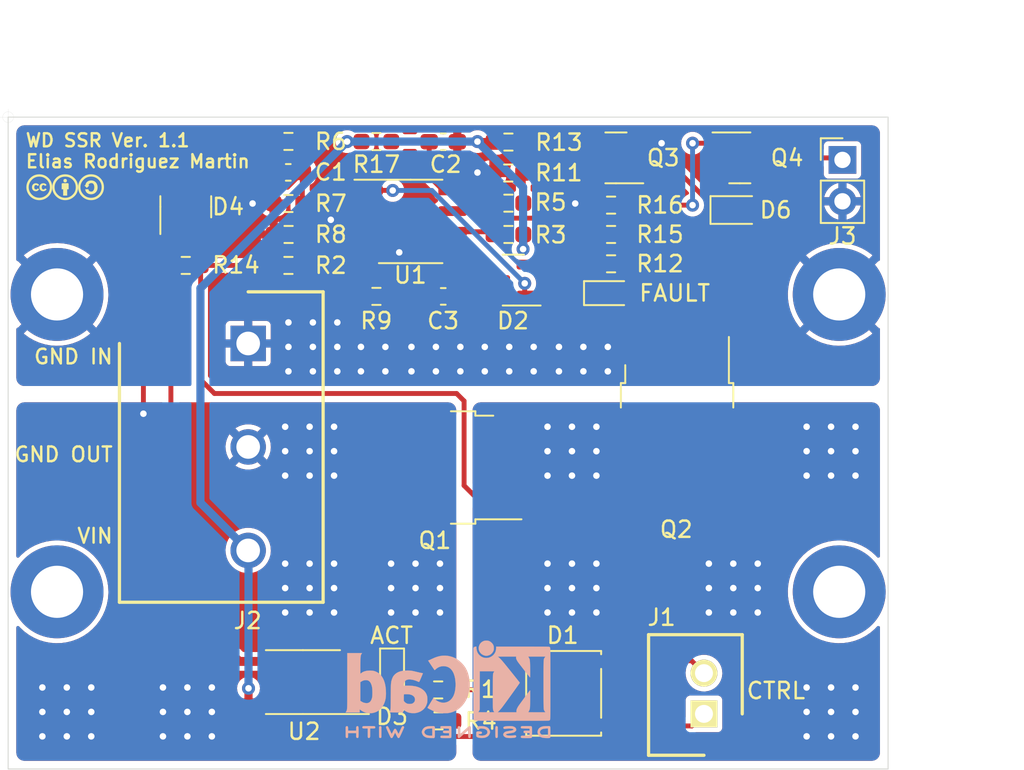
<source format=kicad_pcb>
(kicad_pcb (version 20211014) (generator pcbnew)
  (layers (0 "F.Cu" signal) (31 "B.Cu" signal) (34 "B.Paste" user) (35 "F.Paste" user) (36 "B.SilkS" user "B.Silkscreen") (37 "F.SilkS" user "F.Silkscreen") (38 "B.Mask" user) (39 "F.Mask" user) (44 "Edge.Cuts" user))
  (net 0 "")
  (net 1 "Net-(D1-Pad4)")
  (net 2 "Net-(D1-Pad3)")
  (net 3 "Net-(D1-Pad2)")
  (net 4 "Net-(D1-Pad1)")
  (net 5 "GND")
  (net 6 "+12V")
  (net 7 "Net-(R3-Pad2)")
  (net 8 "Net-(C1-Pad2)")
  (net 9 "Net-(C1-Pad1)")
  (net 10 "Net-(D2-Pad1)")
  (net 11 "Net-(D3-Pad2)")
  (net 12 "Net-(D5-Pad2)")
  (net 13 "Net-(R14-Pad2)")
  (net 15 "/GND_OUT")
  (net 16 "/WD_GND")
  (net 18 "Net-(R4-Pad2)")
  (net 19 "Net-(J3-Pad1)")
  (net 20 "Net-(Q4-Pad1)")
  (net 21 "Net-(C3-Pad1)")
  (net 22 "Net-(C2-Pad1)")
  (net 23 "Net-(R5-Pad1)")
  (net 24 "Net-(R14-Pad1)")
  (net 25 "Net-(Q2-Pad1)")
  (net 26 "Net-(R5-Pad2)")
  (footprint "Package_TO_SOT_SMD:TO-252-2" (layer "F.Cu") (at 146.2 101.5 180)
    (fp_text reference "Q1" (at 0.02 -4.48) (layer "F.SilkS"))
    (fp_text value "IRFR7440TRPBF" hide)
    (pad "1" smd rect locked (at -4.2 -2.28 180) (size 2.2 1.2) (layers "F.Cu" "F.Paste" "F.Mask") (net 13 "Net-(R14-Pad2)"))
    (pad "2" smd rect locked (at 2.1 0 180) (size 6.4 5.8) (layers "F.Cu" "F.Mask") (net 15 "/GND_OUT"))
    (pad "3" smd rect locked (at -4.2 2.28 180) (size 2.2 1.2) (layers "F.Cu" "F.Paste" "F.Mask") (net 16 "/WD_GND"))
  )
  (footprint "MountingHole:MountingHole_3.2mm_M3_ISO7380_Pad" (layer "F.Cu") (at 123 90.88)
    (fp_text reference "H1" hide)
    (fp_text value "MountingHole" hide)
    (pad "1" thru_hole circle locked (at 0 0) (size 5.7 5.7) (drill 3.2) (layers *.Cu *.Mask) (net 5 "GND"))
  )
  (footprint "MountingHole:MountingHole_3.2mm_M3_ISO7380_Pad" (layer "F.Cu") (at 123 109.13)
    (fp_text reference "H2" hide)
    (fp_text value "MountingHole" hide)
    (pad "1" thru_hole circle locked (at 0 0) (size 5.7 5.7) (drill 3.2) (layers *.Cu *.Mask))
  )
  (footprint "MountingHole:MountingHole_3.2mm_M3_ISO7380_Pad" (layer "F.Cu") (at 171 90.88)
    (fp_text reference "H3" hide)
    (fp_text value "MountingHole" hide)
    (pad "1" thru_hole circle locked (at 0 0) (size 5.7 5.7) (drill 3.2) (layers *.Cu *.Mask) (net 5 "GND"))
  )
  (footprint "MountingHole:MountingHole_3.2mm_M3_ISO7380_Pad" (layer "F.Cu") (at 171 109.13)
    (fp_text reference "H4" hide)
    (fp_text value "MountingHole" hide)
    (pad "1" thru_hole circle locked (at 0 0) (size 5.7 5.7) (drill 3.2) (layers *.Cu *.Mask))
  )
  (footprint "Diode_SMD:Diode_Bridge_Diotec_ABS" (layer "F.Cu") (at 154.09 115.36)
    (fp_text reference "D1" (at -0.0635 -3.556) (layer "F.SilkS"))
    (fp_text value "ABS6" hide)
    (pad "1" smd rect locked (at -2.975 -2) (size 1 0.7) (layers "F.Cu" "F.Paste" "F.Mask") (net 4 "Net-(D1-Pad1)"))
    (pad "2" smd rect locked (at -2.975 2) (size 1 0.7) (layers "F.Cu" "F.Paste" "F.Mask") (net 3 "Net-(D1-Pad2)"))
    (pad "3" smd rect locked (at 2.975 2) (size 1 0.7) (layers "F.Cu" "F.Paste" "F.Mask") (net 2 "Net-(D1-Pad3)"))
    (pad "4" smd rect locked (at 2.975 -2) (size 1 0.7) (layers "F.Cu" "F.Paste" "F.Mask") (net 1 "Net-(D1-Pad4)"))
  )
  (footprint "LED_SMD:LED_0603_1608Metric_Pad1.05x0.95mm_HandSolder" (layer "F.Cu") (at 143.56 114.27 -90)
    (fp_text reference "D3" (at 2.51 0 180) (layer "F.SilkS"))
    (fp_text value "LED_G" hide)
    (pad "1" smd roundrect locked (at -0.875 0 270) (size 1.05 0.95) (layers "F.Cu" "F.Paste" "F.Mask") (net 3 "Net-(D1-Pad2)"))
    (pad "2" smd roundrect locked (at 0.875 0 270) (size 1.05 0.95) (layers "F.Cu" "F.Paste" "F.Mask") (net 11 "Net-(D3-Pad2)"))
  )
  (footprint "Package_SO:SOIC-4_4.55x3.7mm_P2.54mm" (layer "F.Cu") (at 138.09 114.67 180)
    (fp_text reference "U2" (at -0.07 -3.03) (layer "F.SilkS"))
    (fp_text value "TLP185" hide)
    (pad "1" smd roundrect locked (at -3.25 -1.27 180) (size 1.6 0.55) (layers "F.Cu" "F.Paste" "F.Mask") (net 18 "Net-(R4-Pad2)"))
    (pad "3" smd roundrect locked (at -3.25 1.27 180) (size 1.6 0.55) (layers "F.Cu" "F.Paste" "F.Mask") (net 3 "Net-(D1-Pad2)"))
    (pad "4" smd roundrect locked (at 3.25 1.27 180) (size 1.6 0.55) (layers "F.Cu" "F.Paste" "F.Mask") (net 24 "Net-(R14-Pad1)"))
    (pad "6" smd roundrect locked (at 3.25 -1.27 180) (size 1.6 0.55) (layers "F.Cu" "F.Paste" "F.Mask") (net 6 "+12V"))
  )
  (footprint "Package_TO_SOT_SMD:SOT-23" (layer "F.Cu") (at 130.9 85.5 90)
    (fp_text reference "D4" (at 0 2.6 180) (layer "F.SilkS"))
    (fp_text value "BAV70" hide)
    (pad "1" smd roundrect locked (at -0.9375 -0.95 90) (size 1.475 0.6) (layers "F.Cu" "F.Paste" "F.Mask") (net 15 "/GND_OUT"))
    (pad "2" smd roundrect locked (at -0.9375 0.95 90) (size 1.475 0.6) (layers "F.Cu" "F.Paste" "F.Mask") (net 24 "Net-(R14-Pad1)"))
    (pad "3" smd roundrect locked (at 0.9375 0 90) (size 1.475 0.6) (layers "F.Cu" "F.Paste" "F.Mask") (net 9 "Net-(C1-Pad1)"))
  )
  (footprint "WDSSR:SHDR3W90P0X635_1X3_1905X1250X2150P" (layer "F.Cu") (at 134.73 93.89 -90)
    (fp_text reference "J2" (at 17.01 0.03 180) (layer "F.SilkS"))
    (fp_text value "1714968" hide)
    (pad "1" thru_hole rect locked (at 0 0 270) (size 2.175 2.175) (drill 1.45) (layers *.Cu *.Mask) (net 5 "GND"))
    (pad "2" thru_hole circle locked (at 6.35 0 270) (size 2.175 2.175) (drill 1.45) (layers *.Cu *.Mask) (net 15 "/GND_OUT"))
    (pad "3" thru_hole circle locked (at 12.7 0 270) (size 2.175 2.175) (drill 1.45) (layers *.Cu *.Mask) (net 6 "+12V"))
  )
  (footprint "WDSSR:LIB_B2B-XH-A(LF)(SN)" (layer "F.Cu") (at 162.7 116.62 90)
    (fp_text reference "J1" (at 5.92 -2.6 180) (layer "F.SilkS"))
    (fp_text value "B2B-XH-A(LF)(SN)" hide)
    (pad "1" thru_hole rect (at 0 0 180) (size 1.65 1.65) (drill 1.1) (layers *.Cu *.Mask "F.SilkS") (net 2 "Net-(D1-Pad3)"))
    (pad "2" thru_hole circle (at 2.5 0 180) (size 1.65 1.65) (drill 1.1) (layers *.Cu *.Mask "F.SilkS") (net 1 "Net-(D1-Pad4)"))
  )
  (footprint "Package_TO_SOT_SMD:TO-252-2" (layer "F.Cu") (at 161.05 98.79 -90)
    (fp_text reference "Q2" (at 6.51 0.05 180) (layer "F.SilkS"))
    (fp_text value "IRFR7440TRPBF" hide)
    (pad "1" smd rect locked (at -4.2 -2.28 270) (size 2.2 1.2) (layers "F.Cu" "F.Paste" "F.Mask") (net 25 "Net-(Q2-Pad1)"))
    (pad "2" smd rect locked (at 2.1 0 270) (size 6.4 5.8) (layers "F.Cu" "F.Mask") (net 16 "/WD_GND"))
    (pad "3" smd rect locked (at -4.2 2.28 270) (size 2.2 1.2) (layers "F.Cu" "F.Paste" "F.Mask") (net 5 "GND"))
  )
  (footprint "Connector_PinHeader_2.54mm:PinHeader_1x02_P2.54mm_Vertical" (layer "F.Cu") (at 171.2 82.625)
    (fp_text reference "J3" (at 0 4.675) (layer "F.SilkS"))
    (fp_text value "Conn_01x02_Male" hide)
    (pad "1" thru_hole rect locked (at 0 0) (size 1.7 1.7) (drill 1) (layers *.Cu *.Mask) (net 19 "Net-(J3-Pad1)"))
    (pad "2" thru_hole oval locked (at 0 2.54) (size 1.7 1.7) (drill 1) (layers *.Cu *.Mask) (net 5 "GND"))
  )
  (footprint "Resistor_SMD:R_0603_1608Metric_Pad0.98x0.95mm_HandSolder" (layer "F.Cu") (at 146.39 115.15)
    (fp_text reference "R1" (at 2.6 -0.03) (layer "F.SilkS"))
    (fp_text value "2K" hide)
    (pad "1" smd roundrect locked (at -0.9125 0) (size 0.975 0.95) (layers "F.Cu" "F.Paste" "F.Mask") (net 11 "Net-(D3-Pad2)"))
    (pad "2" smd roundrect locked (at 0.9125 0) (size 0.975 0.95) (layers "F.Cu" "F.Paste" "F.Mask") (net 4 "Net-(D1-Pad1)"))
  )
  (footprint "Resistor_SMD:R_0603_1608Metric_Pad0.98x0.95mm_HandSolder" (layer "F.Cu") (at 146.41 117.05 180)
    (fp_text reference "R4" (at -2.6 -0.02) (layer "F.SilkS"))
    (fp_text value "1K" hide)
    (pad "1" smd roundrect locked (at -0.9125 0 180) (size 0.975 0.95) (layers "F.Cu" "F.Paste" "F.Mask") (net 4 "Net-(D1-Pad1)"))
    (pad "2" smd roundrect locked (at 0.9125 0 180) (size 0.975 0.95) (layers "F.Cu" "F.Paste" "F.Mask") (net 18 "Net-(R4-Pad2)"))
  )
  (footprint "Package_TO_SOT_SMD:SOT-23" (layer "F.Cu") (at 164.9 82.5)
    (fp_text reference "Q4" (at 2.9 0) (layer "F.SilkS"))
    (fp_text value "BC846B,215" hide)
    (pad "1" smd roundrect locked (at -0.9375 -0.95) (size 1.475 0.6) (layers "F.Cu" "F.Paste" "F.Mask") (net 20 "Net-(Q4-Pad1)"))
    (pad "2" smd roundrect locked (at -0.9375 0.95) (size 1.475 0.6) (layers "F.Cu" "F.Paste" "F.Mask") (net 5 "GND"))
    (pad "3" smd roundrect locked (at 0.9375 0) (size 1.475 0.6) (layers "F.Cu" "F.Paste" "F.Mask") (net 19 "Net-(J3-Pad1)"))
  )
  (footprint "Resistor_SMD:R_0603_1608Metric_Pad0.98x0.95mm_HandSolder" (layer "F.Cu") (at 157 85.4 180)
    (fp_text reference "R16" (at -3 0) (layer "F.SilkS"))
    (fp_text value "10K" hide)
    (pad "1" smd roundrect locked (at -0.9125 0 180) (size 0.975 0.95) (layers "F.Cu" "F.Paste" "F.Mask") (net 20 "Net-(Q4-Pad1)"))
    (pad "2" smd roundrect locked (at 0.9125 0 180) (size 0.975 0.95) (layers "F.Cu" "F.Paste" "F.Mask") (net 5 "GND"))
  )
  (footprint "Capacitor_SMD:C_0603_1608Metric_Pad1.08x0.95mm_HandSolder" (layer "F.Cu") (at 146.7 91 180)
    (fp_text reference "C3" (at 0.008441 -1.5 180) (layer "F.SilkS"))
    (fp_text value "10n" hide)
    (pad "1" smd roundrect locked (at -0.8625 0 180) (size 1.075 0.95) (layers "F.Cu" "F.Paste" "F.Mask") (net 21 "Net-(C3-Pad1)"))
    (pad "2" smd roundrect locked (at 0.8625 0 180) (size 1.075 0.95) (layers "F.Cu" "F.Paste" "F.Mask") (net 5 "GND"))
  )
  (footprint "Resistor_SMD:R_0603_1608Metric_Pad0.98x0.95mm_HandSolder" (layer "F.Cu") (at 142.6 81.5)
    (fp_text reference "R17" (at 0 1.4) (layer "F.SilkS"))
    (fp_text value "100" hide)
    (pad "1" smd roundrect locked (at -0.9125 0) (size 0.975 0.95) (layers "F.Cu" "F.Paste" "F.Mask") (net 6 "+12V"))
    (pad "2" smd roundrect locked (at 0.9125 0) (size 0.975 0.95) (layers "F.Cu" "F.Paste" "F.Mask") (net 22 "Net-(C2-Pad1)"))
  )
  (footprint "Capacitor_SMD:C_0603_1608Metric_Pad1.08x0.95mm_HandSolder" (layer "F.Cu") (at 137.19 83.39 180)
    (fp_text reference "C1" (at -2.61 0.01) (layer "F.SilkS"))
    (fp_text value "100n" hide)
    (pad "1" smd roundrect locked (at -0.8625 0 180) (size 1.075 0.95) (layers "F.Cu" "F.Paste" "F.Mask") (net 9 "Net-(C1-Pad1)"))
    (pad "2" smd roundrect locked (at 0.8625 0 180) (size 1.075 0.95) (layers "F.Cu" "F.Paste" "F.Mask") (net 8 "Net-(C1-Pad2)"))
  )
  (footprint "Package_SO:SO-8_3.9x4.9mm_P1.27mm" (layer "F.Cu") (at 144.7 86.4)
    (fp_text reference "U1" (at -0.021195 3.3) (layer "F.SilkS"))
    (fp_text value "LM358DT" hide)
    (pad "1" smd roundrect locked (at -2.575 -1.905) (size 1.75 0.6) (layers "F.Cu" "F.Paste" "F.Mask") (net 10 "Net-(D2-Pad1)"))
    (pad "2" smd roundrect locked (at -2.575 -0.635) (size 1.75 0.6) (layers "F.Cu" "F.Paste" "F.Mask") (net 9 "Net-(C1-Pad1)"))
    (pad "3" smd roundrect locked (at -2.575 0.635) (size 1.75 0.6) (layers "F.Cu" "F.Paste" "F.Mask") (net 7 "Net-(R3-Pad2)"))
    (pad "4" smd roundrect locked (at -2.575 1.905) (size 1.75 0.6) (layers "F.Cu" "F.Paste" "F.Mask") (net 5 "GND"))
    (pad "5" smd roundrect locked (at 2.575 1.905) (size 1.75 0.6) (layers "F.Cu" "F.Paste" "F.Mask") (net 21 "Net-(C3-Pad1)"))
    (pad "6" smd roundrect locked (at 2.575 0.635) (size 1.75 0.6) (layers "F.Cu" "F.Paste" "F.Mask") (net 7 "Net-(R3-Pad2)"))
    (pad "7" smd roundrect locked (at 2.575 -0.635) (size 1.75 0.6) (layers "F.Cu" "F.Paste" "F.Mask") (net 23 "Net-(R5-Pad1)"))
    (pad "8" smd roundrect locked (at 2.575 -1.905) (size 1.75 0.6) (layers "F.Cu" "F.Paste" "F.Mask") (net 22 "Net-(C2-Pad1)"))
  )
  (footprint "Package_TO_SOT_SMD:SOT-23" (layer "F.Cu") (at 157.3 82.5 180)
    (fp_text reference "Q3" (at -2.9 0) (layer "F.SilkS"))
    (fp_text value "BC846B,215" hide)
    (pad "1" smd roundrect locked (at -0.9375 -0.95 180) (size 1.475 0.6) (layers "F.Cu" "F.Paste" "F.Mask") (net 26 "Net-(R5-Pad2)"))
    (pad "2" smd roundrect locked (at -0.9375 0.95 180) (size 1.475 0.6) (layers "F.Cu" "F.Paste" "F.Mask") (net 5 "GND"))
    (pad "3" smd roundrect locked (at 0.9375 0 180) (size 1.475 0.6) (layers "F.Cu" "F.Paste" "F.Mask") (net 25 "Net-(Q2-Pad1)"))
  )
  (footprint "Resistor_SMD:R_0603_1608Metric_Pad0.98x0.95mm_HandSolder" (layer "F.Cu") (at 142.6 91 180)
    (fp_text reference "R9" (at 0.008441 -1.5 180) (layer "F.SilkS"))
    (fp_text value "100K" hide)
    (pad "1" smd roundrect locked (at -0.9125 0 180) (size 0.975 0.95) (layers "F.Cu" "F.Paste" "F.Mask") (net 21 "Net-(C3-Pad1)"))
    (pad "2" smd roundrect locked (at 0.9125 0 180) (size 0.975 0.95) (layers "F.Cu" "F.Paste" "F.Mask") (net 5 "GND"))
  )
  (footprint "Resistor_SMD:R_0603_1608Metric_Pad0.98x0.95mm_HandSolder" (layer "F.Cu") (at 137.2 81.49)
    (fp_text reference "R6" (at 2.6 0.01) (layer "F.SilkS"))
    (fp_text value "100" hide)
    (pad "1" smd roundrect locked (at -0.9125 0) (size 0.975 0.95) (layers "F.Cu" "F.Paste" "F.Mask") (net 8 "Net-(C1-Pad2)"))
    (pad "2" smd roundrect locked (at 0.9125 0) (size 0.975 0.95) (layers "F.Cu" "F.Paste" "F.Mask") (net 5 "GND"))
  )
  (footprint "Resistor_SMD:R_0603_1608Metric_Pad0.98x0.95mm_HandSolder" (layer "F.Cu") (at 130.9 89.1)
    (fp_text reference "R14" (at 3.08 -0.02) (layer "F.SilkS"))
    (fp_text value "10K" hide)
    (pad "1" smd roundrect locked (at -0.9125 0) (size 0.975 0.95) (layers "F.Cu" "F.Paste" "F.Mask") (net 24 "Net-(R14-Pad1)"))
    (pad "2" smd roundrect locked (at 0.9125 0) (size 0.975 0.95) (layers "F.Cu" "F.Paste" "F.Mask") (net 13 "Net-(R14-Pad2)"))
  )
  (footprint "Resistor_SMD:R_0603_1608Metric_Pad0.98x0.95mm_HandSolder" (layer "F.Cu") (at 150.69 83.43 180)
    (fp_text reference "R11" (at -3.1 0.01 180) (layer "F.SilkS"))
    (fp_text value "10K" hide)
    (pad "1" smd roundrect locked (at -0.9125 0 180) (size 0.975 0.95) (layers "F.Cu" "F.Paste" "F.Mask") (net 26 "Net-(R5-Pad2)"))
    (pad "2" smd roundrect locked (at 0.9125 0 180) (size 0.975 0.95) (layers "F.Cu" "F.Paste" "F.Mask") (net 5 "GND"))
  )
  (footprint "Resistor_SMD:R_0603_1608Metric_Pad0.98x0.95mm_HandSolder" (layer "F.Cu") (at 157 89)
    (fp_text reference "R12" (at 3 0 180) (layer "F.SilkS"))
    (fp_text value "2K" hide)
    (pad "1" smd roundrect locked (at -0.9125 0) (size 0.975 0.95) (layers "F.Cu" "F.Paste" "F.Mask") (net 23 "Net-(R5-Pad1)"))
    (pad "2" smd roundrect locked (at 0.9125 0) (size 0.975 0.95) (layers "F.Cu" "F.Paste" "F.Mask") (net 12 "Net-(D5-Pad2)"))
  )
  (footprint "Resistor_SMD:R_0603_1608Metric_Pad0.98x0.95mm_HandSolder" (layer "F.Cu") (at 150.7 87.2 180)
    (fp_text reference "R3" (at -2.59 -0.03) (layer "F.SilkS"))
    (fp_text value "100K" hide)
    (pad "1" smd roundrect locked (at -0.9125 0 180) (size 0.975 0.95) (layers "F.Cu" "F.Paste" "F.Mask") (net 6 "+12V"))
    (pad "2" smd roundrect locked (at 0.9125 0 180) (size 0.975 0.95) (layers "F.Cu" "F.Paste" "F.Mask") (net 7 "Net-(R3-Pad2)"))
  )
  (footprint "Resistor_SMD:R_0603_1608Metric_Pad0.98x0.95mm_HandSolder" (layer "F.Cu") (at 137.2 85.3 180)
    (fp_text reference "R7" (at -2.6 0) (layer "F.SilkS"))
    (fp_text value "100K" hide)
    (pad "1" smd roundrect locked (at -0.9125 0 180) (size 0.975 0.95) (layers "F.Cu" "F.Paste" "F.Mask") (net 9 "Net-(C1-Pad1)"))
    (pad "2" smd roundrect locked (at 0.9125 0 180) (size 0.975 0.95) (layers "F.Cu" "F.Paste" "F.Mask") (net 5 "GND"))
  )
  (footprint "Package_TO_SOT_SMD:SOT-23" (layer "F.Cu") (at 151 90 180)
    (fp_text reference "D2" (at 0.02 -2.5 180) (layer "F.SilkS"))
    (fp_text value "BAV70" hide)
    (pad "1" smd roundrect locked (at -0.9375 -0.95 180) (size 1.475 0.6) (layers "F.Cu" "F.Paste" "F.Mask") (net 10 "Net-(D2-Pad1)"))
    (pad "2" smd roundrect locked (at -0.9375 0.95 180) (size 1.475 0.6) (layers "F.Cu" "F.Paste" "F.Mask") (net 23 "Net-(R5-Pad1)"))
    (pad "3" smd roundrect locked (at 0.9375 0 180) (size 1.475 0.6) (layers "F.Cu" "F.Paste" "F.Mask") (net 21 "Net-(C3-Pad1)"))
  )
  (footprint "Resistor_SMD:R_0603_1608Metric_Pad0.98x0.95mm_HandSolder" (layer "F.Cu") (at 157 87.2)
    (fp_text reference "R15" (at 3 0 180) (layer "F.SilkS"))
    (fp_text value "10K" hide)
    (pad "1" smd roundrect locked (at -0.9125 0) (size 0.975 0.95) (layers "F.Cu" "F.Paste" "F.Mask") (net 23 "Net-(R5-Pad1)"))
    (pad "2" smd roundrect locked (at 0.9125 0) (size 0.975 0.95) (layers "F.Cu" "F.Paste" "F.Mask") (net 20 "Net-(Q4-Pad1)"))
  )
  (footprint "Capacitor_SMD:C_0603_1608Metric_Pad1.08x0.95mm_HandSolder" (layer "F.Cu") (at 146.7 81.51)
    (fp_text reference "C2" (at 0.146267 1.39) (layer "F.SilkS"))
    (fp_text value "1u" hide)
    (pad "1" smd roundrect locked (at -0.8625 0) (size 1.075 0.95) (layers "F.Cu" "F.Paste" "F.Mask") (net 22 "Net-(C2-Pad1)"))
    (pad "2" smd roundrect locked (at 0.8625 0) (size 1.075 0.95) (layers "F.Cu" "F.Paste" "F.Mask") (net 5 "GND"))
  )
  (footprint "Resistor_SMD:R_0603_1608Metric_Pad0.98x0.95mm_HandSolder" (layer "F.Cu") (at 150.7 81.53)
    (fp_text reference "R13" (at 3.1 0.019138 180) (layer "F.SilkS"))
    (fp_text value "100K" hide)
    (pad "1" smd roundrect locked (at -0.9125 0) (size 0.975 0.95) (layers "F.Cu" "F.Paste" "F.Mask") (net 6 "+12V"))
    (pad "2" smd roundrect locked (at 0.9125 0) (size 0.975 0.95) (layers "F.Cu" "F.Paste" "F.Mask") (net 25 "Net-(Q2-Pad1)"))
  )
  (footprint "Resistor_SMD:R_0603_1608Metric_Pad0.98x0.95mm_HandSolder" (layer "F.Cu") (at 137.21 87.2 180)
    (fp_text reference "R8" (at -2.59 0) (layer "F.SilkS"))
    (fp_text value "100K" hide)
    (pad "1" smd roundrect locked (at -0.9125 0 180) (size 0.975 0.95) (layers "F.Cu" "F.Paste" "F.Mask") (net 7 "Net-(R3-Pad2)"))
    (pad "2" smd roundrect locked (at 0.9125 0 180) (size 0.975 0.95) (layers "F.Cu" "F.Paste" "F.Mask") (net 5 "GND"))
  )
  (footprint "Resistor_SMD:R_0603_1608Metric_Pad0.98x0.95mm_HandSolder" (layer "F.Cu") (at 150.7 85.28)
    (fp_text reference "R5" (at 2.59 -0.05 180) (layer "F.SilkS"))
    (fp_text value "10K" hide)
    (pad "1" smd roundrect locked (at -0.9125 0) (size 0.975 0.95) (layers "F.Cu" "F.Paste" "F.Mask") (net 23 "Net-(R5-Pad1)"))
    (pad "2" smd roundrect locked (at 0.9125 0) (size 0.975 0.95) (layers "F.Cu" "F.Paste" "F.Mask") (net 26 "Net-(R5-Pad2)"))
  )
  (footprint "LED_SMD:LED_0603_1608Metric_Pad1.05x0.95mm_HandSolder" (layer "F.Cu") (at 157 90.8)
    (fp_text reference "D5" hide)
    (fp_text value "LED_R" hide)
    (pad "1" smd roundrect locked (at -0.875 0) (size 1.05 0.95) (layers "F.Cu" "F.Paste" "F.Mask") (net 5 "GND"))
    (pad "2" smd roundrect locked (at 0.875 0) (size 1.05 0.95) (layers "F.Cu" "F.Paste" "F.Mask") (net 12 "Net-(D5-Pad2)"))
  )
  (footprint "Resistor_SMD:R_0603_1608Metric_Pad0.98x0.95mm_HandSolder" (layer "F.Cu") (at 137.2 89.1)
    (fp_text reference "R2" (at 2.6 0) (layer "F.SilkS"))
    (fp_text value "10K" hide)
    (pad "1" smd roundrect locked (at -0.9125 0) (size 0.975 0.95) (layers "F.Cu" "F.Paste" "F.Mask") (net 13 "Net-(R14-Pad2)"))
    (pad "2" smd roundrect locked (at 0.9125 0) (size 0.975 0.95) (layers "F.Cu" "F.Paste" "F.Mask") (net 5 "GND"))
  )
  (footprint "kibuzzard-6340B178" (layer "F.Cu") (at 123.5 84.3)
    (fp_text reference "kibuzzard-6340B178" hide)
    (fp_text value "G***" hide)
  )
  (footprint "Diode_SMD:D_SOD-323F" (layer "F.Cu") (at 164.6 85.7)
    (fp_text reference "D6" (at 2.5 0 180) (layer "F.SilkS"))
    (fp_text value "D_Zener" hide)
    (pad "1" smd rect (at -1.1 0) (size 0.5 0.5) (layers "F.Cu" "F.Paste" "F.Mask") (net 25 "Net-(Q2-Pad1)"))
    (pad "2" smd rect (at 1.1 0) (size 0.5 0.5) (layers "F.Cu" "F.Paste" "F.Mask") (net 5 "GND"))
  )
  (footprint "Symbol:KiCad-Logo2_5mm_SilkScreen" (layer "B.Cu") (at 147 115.1 180)
    (fp_text reference "REF**" hide)
    (fp_text value "KiCad-Logo2_5mm_SilkScreen" hide)
  )
  (gr_line (start 120 120) (end 174 120) (layer "Edge.Cuts") (width 0.05))
  (gr_line (start 120 80) (end 174 80) (layer "Edge.Cuts") (width 0.05))
  (gr_line (start 120 80) (end 120 120) (layer "Edge.Cuts") (width 0.05))
  (gr_line (start 174 80) (end 174 120) (layer "Edge.Cuts") (width 0.05))
  (gr_text "ACT" (at 143.53 111.81) (layer "F.SilkS") (effects (font (size 1 1))))
  (gr_text "FAULT" (at 160.9 90.8) (layer "F.SilkS") (effects (font (size 1 1))))
  (gr_text "WD SSR Ver. 1.1\nElias Rodriguez Martin" (at 121 82.07) (layer "F.SilkS") (effects (font (size 0.8 0.8)) (justify left)))
  (gr_text "GND IN" (at 126.5 94.7) (layer "F.SilkS") (effects (font (size 0.9 0.9)) (justify right)))
  (gr_text "CTRL" (at 169 115.2) (layer "F.SilkS") (effects (font (size 1 1)) (justify right)))
  (gr_text "VIN" (at 126.5 105.7) (layer "F.SilkS") (effects (font (size 0.9 0.9)) (justify right)))
  (gr_text "GND OUT" (at 126.5 100.7) (layer "F.SilkS") (effects (font (size 0.9 0.9)) (justify right)))
  (target plus (at 120 80) (size 1) (width 0.01) (layer "Edge.Cuts"))
  (segment (start 157.065 113.36) (end 161.94 113.36) (width 0.3) (layer "F.Cu") (net 1))
  (segment (start 161.94 113.36) (end 162.7 114.12) (width 0.3) (layer "F.Cu") (net 1))
  (segment (start 157.065 117.36) (end 161.96 117.36) (width 0.3) (layer "F.Cu") (net 2))
  (segment (start 161.96 117.36) (end 162.7 116.62) (width 0.3) (layer "F.Cu") (net 2))
  (segment (start 146.41 117.530866) (end 146.889134 118.01) (width 0.3) (layer "F.Cu") (net 3))
  (segment (start 143.56 113.395) (end 145.445 113.395) (width 0.3) (layer "F.Cu") (net 3))
  (segment (start 145.445 113.395) (end 146.39 114.34) (width 0.3) (layer "F.Cu") (net 3))
  (segment (start 141.34 113.4) (end 143.555 113.4) (width 0.3) (layer "F.Cu") (net 3))
  (segment (start 150.465 118.01) (end 151.115 117.36) (width 0.3) (layer "F.Cu") (net 3))
  (segment (start 146.39 115.76) (end 146.41 115.78) (width 0.3) (layer "F.Cu") (net 3))
  (segment (start 143.555 113.4) (end 143.56 113.395) (width 0.3) (layer "F.Cu") (net 3))
  (segment (start 146.39 114.34) (end 146.39 115.76) (width 0.3) (layer "F.Cu") (net 3))
  (segment (start 146.889134 118.01) (end 150.465 118.01) (width 0.3) (layer "F.Cu") (net 3))
  (segment (start 146.41 115.78) (end 146.41 117.530866) (width 0.3) (layer "F.Cu") (net 3))
  (segment (start 147.265 115.14) (end 149.335 115.14) (width 0.3) (layer "F.Cu") (net 4))
  (segment (start 147.265 115.14) (end 147.265 117.03) (width 0.3) (layer "F.Cu") (net 4))
  (segment (start 149.335 115.14) (end 151.115 113.36) (width 0.3) (layer "F.Cu") (net 4))
  (via (at 143.15 94.1) (size 0.8) (drill 0.4) (layers "F.Cu" "B.Cu") (net 5))
  (via (at 141.65 95.6) (size 0.8) (drill 0.4) (layers "F.Cu" "B.Cu") (net 5))
  (via (at 140.2 95.6) (size 0.8) (drill 0.4) (layers "F.Cu" "B.Cu") (net 5))
  (via (at 152.25 95.6) (size 0.8) (drill 0.4) (layers "F.Cu" "B.Cu") (net 5))
  (via (at 141.65 94.1) (size 0.8) (drill 0.4) (layers "F.Cu" "B.Cu") (net 5))
  (via (at 150.75 95.6) (size 0.8) (drill 0.4) (layers "F.Cu" "B.Cu") (net 5))
  (via (at 149.25 95.6) (size 0.8) (drill 0.4) (layers "F.Cu" "B.Cu") (net 5))
  (via (at 143.15 95.6) (size 0.8) (drill 0.4) (layers "F.Cu" "B.Cu") (net 5))
  (via (at 149.25 94.1) (size 0.8) (drill 0.4) (layers "F.Cu" "B.Cu") (net 5))
  (via (at 138.7 95.6) (size 0.8) (drill 0.4) (layers "F.Cu" "B.Cu") (net 5))
  (via (at 155.3 95.6) (size 0.8) (drill 0.4) (layers "F.Cu" "B.Cu") (net 5))
  (via (at 146.25 94.1) (size 0.8) (drill 0.4) (layers "F.Cu" "B.Cu") (net 5))
  (via (at 153.8 94.1) (size 0.8) (drill 0.4) (layers "F.Cu" "B.Cu") (net 5))
  (via (at 156.8 95.6) (size 0.8) (drill 0.4) (layers "F.Cu" "B.Cu") (net 5))
  (via (at 144.75 94.1) (size 0.8) (drill 0.4) (layers "F.Cu" "B.Cu") (net 5))
  (via (at 153.8 95.6) (size 0.8) (drill 0.4) (layers "F.Cu" "B.Cu") (net 5))
  (via (at 144.75 95.6) (size 0.8) (drill 0.4) (layers "F.Cu" "B.Cu") (net 5))
  (via (at 148.8 83.4) (size 0.8) (drill 0.4) (layers "F.Cu" "B.Cu") (net 5))
  (via (at 160.1 81.6) (size 0.8) (drill 0.4) (layers "F.Cu" "B.Cu") (net 5))
  (via (at 150.75 94.1) (size 0.8) (drill 0.4) (layers "F.Cu" "B.Cu") (net 5))
  (via (at 140.2 92.6) (size 0.8) (drill 0.4) (layers "F.Cu" "B.Cu") (net 5))
  (via (at 139.8 86.3) (size 0.8) (drill 0.4) (layers "F.Cu" "B.Cu") (net 5))
  (via (at 137.2 94.1) (size 0.8) (drill 0.4) (layers "F.Cu" "B.Cu") (net 5))
  (via (at 137.2 95.6) (size 0.8) (drill 0.4) (layers "F.Cu" "B.Cu") (net 5))
  (via (at 138.7 92.6) (size 0.8) (drill 0.4) (layers "F.Cu" "B.Cu") (net 5))
  (via (at 144 88.3) (size 0.8) (drill 0.4) (layers "F.Cu" "B.Cu") (net 5))
  (via (at 147.75 95.6) (size 0.8) (drill 0.4) (layers "F.Cu" "B.Cu") (net 5))
  (via (at 154.8 85.3) (size 0.8) (drill 0.4) (layers "F.Cu" "B.Cu") (net 5))
  (via (at 156.8 94.1) (size 0.8) (drill 0.4) (layers "F.Cu" "B.Cu") (net 5))
  (via (at 138.7 94.1) (size 0.8) (drill 0.4) (layers "F.Cu" "B.Cu") (net 5))
  (via (at 155.3 94.1) (size 0.8) (drill 0.4) (layers "F.Cu" "B.Cu") (net 5))
  (via (at 137.2 92.6) (size 0.8) (drill 0.4) (layers "F.Cu" "B.Cu") (net 5))
  (via (at 146.25 95.6) (size 0.8) (drill 0.4) (layers "F.Cu" "B.Cu") (net 5))
  (via (at 152.25 94.1) (size 0.8) (drill 0.4) (layers "F.Cu" "B.Cu") (net 5))
  (via (at 135 85.3) (size 0.8) (drill 0.4) (layers "F.Cu" "B.Cu") (net 5))
  (via (at 147.75 94.1) (size 0.8) (drill 0.4) (layers "F.Cu" "B.Cu") (net 5))
  (via (at 140.2 94.1) (size 0.8) (drill 0.4) (layers "F.Cu" "B.Cu") (net 5))
  (segment (start 151.6125 88.0875) (end 151.6 88.1) (width 0.5) (layer "F.Cu") (net 6))
  (segment (start 134.75 115.85) (end 134.75 115.05) (width 0.5) (layer "F.Cu") (net 6))
  (segment (start 151.6125 87.2) (end 151.6125 88.0875) (width 0.5) (layer "F.Cu") (net 6))
  (segment (start 141.6875 81.5) (end 140.8 81.5) (width 0.5) (layer "F.Cu") (net 6))
  (segment (start 134.84 115.94) (end 134.75 115.85) (width 0.5) (layer "F.Cu") (net 6))
  (segment (start 148.83 81.53) (end 148.8 81.5) (width 0.5) (layer "F.Cu") (net 6))
  (segment (start 149.7875 81.53) (end 148.83 81.53) (width 0.5) (layer "F.Cu") (net 6))
  (via (at 140.8 81.5) (size 0.8) (drill 0.4) (layers "F.Cu" "B.Cu") (net 6))
  (via (at 148.8 81.5) (size 0.8) (drill 0.4) (layers "F.Cu" "B.Cu") (net 6))
  (via (at 151.6 88.1) (size 0.8) (drill 0.4) (layers "F.Cu" "B.Cu") (net 6))
  (via (at 134.75 115.05) (size 0.8) (drill 0.4) (layers "F.Cu" "B.Cu") (net 6))
  (segment (start 151.6 88.1) (end 151.6 84.3) (width 0.5) (layer "B.Cu") (net 6))
  (segment (start 134.73 106.59) (end 131.8 103.66) (width 0.5) (layer "B.Cu") (net 6))
  (segment (start 148.8 81.5) (end 140.8 81.5) (width 0.5) (layer "B.Cu") (net 6))
  (segment (start 131.8 90.5) (end 140.8 81.5) (width 0.5) (layer "B.Cu") (net 6))
  (segment (start 131.8 103.66) (end 131.8 90.5) (width 0.5) (layer "B.Cu") (net 6))
  (segment (start 151.6 84.3) (end 148.8 81.5) (width 0.5) (layer "B.Cu") (net 6))
  (segment (start 134.73 106.59) (end 134.75 106.61) (width 0.5) (layer "B.Cu") (net 6))
  (segment (start 134.75 106.61) (end 134.75 115.05) (width 0.5) (layer "B.Cu") (net 6))
  (segment (start 142.125 87.035) (end 143 87.035) (width 0.3) (layer "F.Cu") (net 7))
  (segment (start 143 87.035) (end 147.275 87.035) (width 0.3) (layer "F.Cu") (net 7))
  (segment (start 147.275 87.035) (end 149.6225 87.035) (width 0.3) (layer "F.Cu") (net 7))
  (segment (start 138.1225 87.2) (end 141.96 87.2) (width 0.3) (layer "F.Cu") (net 7))
  (segment (start 149.6225 87.035) (end 149.7875 87.2) (width 0.3) (layer "F.Cu") (net 7))
  (segment (start 141.96 87.2) (end 142.125 87.035) (width 0.3) (layer "F.Cu") (net 7))
  (segment (start 136.325 83.38) (end 136.315 83.39) (width 0.3) (layer "F.Cu") (net 8))
  (segment (start 136.315 83.39) (end 136.315 81.5) (width 0.3) (layer "F.Cu") (net 8))
  (segment (start 138.0525 83.39) (end 138.0525 85.24) (width 0.3) (layer "F.Cu") (net 9))
  (segment (start 130.9 84.5625) (end 131.1625 84.3) (width 0.3) (layer "F.Cu") (net 9))
  (segment (start 138.0525 85.24) (end 138.1125 85.3) (width 0.3) (layer "F.Cu") (net 9))
  (segment (start 140.865 85.765) (end 142.125 85.765) (width 0.3) (layer "F.Cu") (net 9))
  (segment (start 138.1125 85.3) (end 140.4 85.3) (width 0.3) (layer "F.Cu") (net 9))
  (segment (start 137.1425 84.3) (end 138.0525 83.39) (width 0.3) (layer "F.Cu") (net 9))
  (segment (start 131.1625 84.3) (end 137.1425 84.3) (width 0.3) (layer "F.Cu") (net 9))
  (segment (start 140.4 85.3) (end 140.865 85.765) (width 0.3) (layer "F.Cu") (net 9))
  (segment (start 143.595 84.495) (end 143.6 84.5) (width 0.3) (layer "F.Cu") (net 10))
  (segment (start 151.9375 90.95) (end 151.7 90.7125) (width 0.3) (layer "F.Cu") (net 10))
  (segment (start 151.7 90.7125) (end 151.7 90.2) (width 0.3) (layer "F.Cu") (net 10))
  (segment (start 142.125 84.495) (end 143.595 84.495) (width 0.3) (layer "F.Cu") (net 10))
  (via (at 143.6 84.5) (size 0.8) (drill 0.4) (layers "F.Cu" "B.Cu") (net 10))
  (via (at 151.7 90.2) (size 0.8) (drill 0.4) (layers "F.Cu" "B.Cu") (net 10))
  (segment (start 151.7 90.2) (end 146 84.5) (width 0.3) (layer "B.Cu") (net 10))
  (segment (start 146 84.5) (end 143.6 84.5) (width 0.3) (layer "B.Cu") (net 10))
  (segment (start 143.565 115.14) (end 143.56 115.145) (width 0.3) (layer "F.Cu") (net 11))
  (segment (start 145.515 115.14) (end 143.565 115.14) (width 0.3) (layer "F.Cu") (net 11))
  (segment (start 157.9125 90.7625) (end 157.875 90.8) (width 0.3) (layer "F.Cu") (net 12))
  (segment (start 157.9125 89) (end 157.9125 90.7625) (width 0.3) (layer "F.Cu") (net 12))
  (segment (start 150.4 103.78) (end 149.15 103.78) (width 0.3) (layer "F.Cu") (net 13))
  (segment (start 131.8125 96.1125) (end 131.8125 89.1) (width 0.3) (layer "F.Cu") (net 13))
  (segment (start 149.15 103.78) (end 147.98 102.61) (width 0.3) (layer "F.Cu") (net 13))
  (segment (start 147.98 97.42) (end 147.52 96.96) (width 0.3) (layer "F.Cu") (net 13))
  (segment (start 147.98 102.61) (end 147.98 97.42) (width 0.3) (layer "F.Cu") (net 13))
  (segment (start 147.52 96.96) (end 132.66 96.96) (width 0.3) (layer "F.Cu") (net 13))
  (segment (start 131.8125 89.1) (end 136.2875 89.1) (width 0.3) (layer "F.Cu") (net 13))
  (segment (start 132.66 96.96) (end 131.8125 96.1125) (width 0.3) (layer "F.Cu") (net 13))
  (segment (start 129.95 86.4375) (end 129.0625 86.4375) (width 0.3) (layer "F.Cu") (net 15))
  (segment (start 128.3 87.2) (end 128.3 98.2) (width 0.3) (layer "F.Cu") (net 15))
  (segment (start 129.0625 86.4375) (end 128.3 87.2) (width 0.3) (layer "F.Cu") (net 15))
  (via (at 125.1 115) (size 0.8) (drill 0.4) (layers "F.Cu" "B.Cu") (net 15))
  (via (at 125.1 116.5) (size 0.8) (drill 0.4) (layers "F.Cu" "B.Cu") (net 15))
  (via (at 140 99) (size 0.8) (drill 0.4) (layers "F.Cu" "B.Cu") (net 15))
  (via (at 122.1 118) (size 0.8) (drill 0.4) (layers "F.Cu" "B.Cu") (net 15))
  (via (at 140 108.9) (size 0.8) (drill 0.4) (layers "F.Cu" "B.Cu") (net 15))
  (via (at 140 107.4) (size 0.8) (drill 0.4) (layers "F.Cu" "B.Cu") (net 15))
  (via (at 143.5 108.9) (size 0.8) (drill 0.4) (layers "F.Cu" "B.Cu") (net 15))
  (via (at 131 116.5) (size 0.8) (drill 0.4) (layers "F.Cu" "B.Cu") (net 15))
  (via (at 128.3 98.2) (size 0.8) (drill 0.4) (layers "F.Cu" "B.Cu") (net 15))
  (via (at 137 107.4) (size 0.8) (drill 0.4) (layers "F.Cu" "B.Cu") (net 15))
  (via (at 146.5 110.4) (size 0.8) (drill 0.4) (layers "F.Cu" "B.Cu") (net 15))
  (via (at 123.6 118) (size 0.8) (drill 0.4) (layers "F.Cu" "B.Cu") (net 15))
  (via (at 132.5 116.5) (size 0.8) (drill 0.4) (layers "F.Cu" "B.Cu") (net 15))
  (via (at 143.5 107.4) (size 0.8) (drill 0.4) (layers "F.Cu" "B.Cu") (net 15))
  (via (at 125.1 118) (size 0.8) (drill 0.4) (layers "F.Cu" "B.Cu") (net 15))
  (via (at 140 102) (size 0.8) (drill 0.4) (layers "F.Cu" "B.Cu") (net 15))
  (via (at 131 118) (size 0.8) (drill 0.4) (layers "F.Cu" "B.Cu") (net 15))
  (via (at 132.5 118) (size 0.8) (drill 0.4) (layers "F.Cu" "B.Cu") (net 15))
  (via (at 137 108.9) (size 0.8) (drill 0.4) (layers "F.Cu" "B.Cu") (net 15))
  (via (at 138.5 102) (size 0.8) (drill 0.4) (layers "F.Cu" "B.Cu") (net 15))
  (via (at 146.5 107.4) (size 0.8) (drill 0.4) (layers "F.Cu" "B.Cu") (net 15))
  (via (at 138.5 100.5) (size 0.8) (drill 0.4) (layers "F.Cu" "B.Cu") (net 15))
  (via (at 140 100.5) (size 0.8) (drill 0.4) (layers "F.Cu" "B.Cu") (net 15))
  (via (at 129.5 116.5) (size 0.8) (drill 0.4) (layers "F.Cu" "B.Cu") (net 15))
  (via (at 131 115) (size 0.8) (drill 0.4) (layers "F.Cu" "B.Cu") (net 15))
  (via (at 145 108.9) (size 0.8) (drill 0.4) (layers "F.Cu" "B.Cu") (net 15))
  (via (at 137 110.4) (size 0.8) (drill 0.4) (layers "F.Cu" "B.Cu") (net 15))
  (via (at 137 99) (size 0.8) (drill 0.4) (layers "F.Cu" "B.Cu") (net 15))
  (via (at 123.6 116.5) (size 0.8) (drill 0.4) (layers "F.Cu" "B.Cu") (net 15))
  (via (at 138.5 108.9) (size 0.8) (drill 0.4) (layers "F.Cu" "B.Cu") (net 15))
  (via (at 122.1 115) (size 0.8) (drill 0.4) (layers "F.Cu" "B.Cu") (net 15))
  (via (at 145 107.4) (size 0.8) (drill 0.4) (layers "F.Cu" "B.Cu") (net 15))
  (via (at 145 110.4) (size 0.8) (drill 0.4) (layers "F.Cu" "B.Cu") (net 15))
  (via (at 143.5 110.4) (size 0.8) (drill 0.4) (layers "F.Cu" "B.Cu") (net 15))
  (via (at 146.5 108.9) (size 0.8) (drill 0.4) (layers "F.Cu" "B.Cu") (net 15))
  (via (at 123.6 115) (size 0.8) (drill 0.4) (layers "F.Cu" "B.Cu") (net 15))
  (via (at 129.5 115) (size 0.8) (drill 0.4) (layers "F.Cu" "B.Cu") (net 15))
  (via (at 132.5 115) (size 0.8) (drill 0.4) (layers "F.Cu" "B.Cu") (net 15))
  (via (at 137 102) (size 0.8) (drill 0.4) (layers "F.Cu" "B.Cu") (net 15))
  (via (at 137 100.5) (size 0.8) (drill 0.4) (layers "F.Cu" "B.Cu") (net 15))
  (via (at 129.5 118) (size 0.8) (drill 0.4) (layers "F.Cu" "B.Cu") (net 15))
  (via (at 122.1 116.5) (size 0.8) (drill 0.4) (layers "F.Cu" "B.Cu") (net 15))
  (via (at 140 110.4) (size 0.8) (drill 0.4) (layers "F.Cu" "B.Cu") (net 15))
  (via (at 138.5 99) (size 0.8) (drill 0.4) (layers "F.Cu" "B.Cu") (net 15))
  (via (at 138.5 110.4) (size 0.8) (drill 0.4) (layers "F.Cu" "B.Cu") (net 15))
  (via (at 138.5 107.4) (size 0.8) (drill 0.4) (layers "F.Cu" "B.Cu") (net 15))
  (via (at 163 107.4) (size 0.8) (drill 0.4) (layers "F.Cu" "B.Cu") (net 16))
  (via (at 166 107.4) (size 0.8) (drill 0.4) (layers "F.Cu" "B.Cu") (net 16))
  (via (at 170.5 100.5) (size 0.8) (drill 0.4) (layers "F.Cu" "B.Cu") (net 16))
  (via (at 156.1 102) (size 0.8) (drill 0.4) (layers "F.Cu" "B.Cu") (net 16))
  (via (at 166 110.4) (size 0.8) (drill 0.4) (layers "F.Cu" "B.Cu") (net 16))
  (via (at 169 99) (size 0.8) (drill 0.4) (layers "F.Cu" "B.Cu") (net 16))
  (via (at 163 108.9) (size 0.8) (drill 0.4) (layers "F.Cu" "B.Cu") (net 16))
  (via (at 172 102) (size 0.8) (drill 0.4) (layers "F.Cu" "B.Cu") (net 16))
  (via (at 172 115) (size 0.8) (drill 0.4) (layers "F.Cu" "B.Cu") (net 16))
  (via (at 169 102) (size 0.8) (drill 0.4) (layers "F.Cu" "B.Cu") (net 16))
  (via (at 154.6 100.5) (size 0.8) (drill 0.4) (layers "F.Cu" "B.Cu") (net 16))
  (via (at 154.6 110.4) (size 0.8) (drill 0.4) (layers "F.Cu" "B.Cu") (net 16))
  (via (at 156.1 110.4) (size 0.8) (drill 0.4) (layers "F.Cu" "B.Cu") (net 16))
  (via (at 170.5 99) (size 0.8) (drill 0.4) (layers "F.Cu" "B.Cu") (net 16))
  (via (at 169 116.5) (size 0.8) (drill 0.4) (layers "F.Cu" "B.Cu") (net 16))
  (via (at 164.5 107.4) (size 0.8) (drill 0.4) (layers "F.Cu" "B.Cu") (net 16))
  (via (at 163 110.4) (size 0.8) (drill 0.4) (layers "F.Cu" "B.Cu") (net 16))
  (via (at 169 115) (size 0.8) (drill 0.4) (layers "F.Cu" "B.Cu") (net 16))
  (via (at 156.1 108.9) (size 0.8) (drill 0.4) (layers "F.Cu" "B.Cu") (net 16))
  (via (at 153.1 110.4) (size 0.8) (drill 0.4) (layers "F.Cu" "B.Cu") (net 16))
  (via (at 169 100.5) (size 0.8) (drill 0.4) (layers "F.Cu" "B.Cu") (net 16))
  (via (at 172 118) (size 0.8) (drill 0.4) (layers "F.Cu" "B.Cu") (net 16))
  (via (at 156.1 107.4) (size 0.8) (drill 0.4) (layers "F.Cu" "B.Cu") (net 16))
  (via (at 154.6 102) (size 0.8) (drill 0.4) (layers "F.Cu" "B.Cu") (net 16))
  (via (at 154.6 107.4) (size 0.8) (drill 0.4) (layers "F.Cu" "B.Cu") (net 16))
  (via (at 164.5 108.9) (size 0.8) (drill 0.4) (layers "F.Cu" "B.Cu") (net 16))
  (via (at 169 118) (size 0.8) (drill 0.4) (layers "F.Cu" "B.Cu") (net 16))
  (via (at 172 100.5) (size 0.8) (drill 0.4) (layers "F.Cu" "B.Cu") (net 16))
  (via (at 170.5 116.5) (size 0.8) (drill 0.4) (layers "F.Cu" "B.Cu") (net 16))
  (via (at 172 116.5) (size 0.8) (drill 0.4) (layers "F.Cu" "B.Cu") (net 16))
  (via (at 154.6 108.9) (size 0.8) (drill 0.4) (layers "F.Cu" "B.Cu") (net 16))
  (via (at 170.5 118) (size 0.8) (drill 0.4) (layers "F.Cu" "B.Cu") (net 16))
  (via (at 154.6 99) (size 0.8) (drill 0.4) (layers "F.Cu" "B.Cu") (net 16))
  (via (at 153.1 107.4) (size 0.8) (drill 0.4) (layers "F.Cu" "B.Cu") (net 16))
  (via (at 170.5 102) (size 0.8) (drill 0.4) (layers "F.Cu" "B.Cu") (net 16))
  (via (at 164.5 110.4) (size 0.8) (drill 0.4) (layers "F.Cu" "B.Cu") (net 16))
  (via (at 172 99) (size 0.8) (drill 0.4) (layers "F.Cu" "B.Cu") (net 16))
  (via (at 153.1 102) (size 0.8) (drill 0.4) (layers "F.Cu" "B.Cu") (net 16))
  (via (at 166 108.9) (size 0.8) (drill 0.4) (layers "F.Cu" "B.Cu") (net 16))
  (via (at 153.1 100.5) (size 0.8) (drill 0.4) (layers "F.Cu" "B.Cu") (net 16))
  (via (at 156.1 99) (size 0.8) (drill 0.4) (layers "F.Cu" "B.Cu") (net 16))
  (via (at 170.5 115) (size 0.8) (drill 0.4) (layers "F.Cu" "B.Cu") (net 16))
  (via (at 156.1 100.5) (size 0.8) (drill 0.4) (layers "F.Cu" "B.Cu") (net 16))
  (via (at 153.1 108.9) (size 0.8) (drill 0.4) (layers "F.Cu" "B.Cu") (net 16))
  (via (at 153.1 99) (size 0.8) (drill 0.4) (layers "F.Cu" "B.Cu") (net 16))
  (segment (start 141.34 115.94) (end 142.45 117.05) (width 0.3) (layer "F.Cu") (net 18))
  (segment (start 142.45 117.05) (end 145.535 117.05) (width 0.3) (layer "F.Cu") (net 18))
  (segment (start 171.075 82.5) (end 165.8375 82.5) (width 0.3) (layer "F.Cu") (net 19))
  (segment (start 171.2 82.625) (end 171.075 82.5) (width 0.3) (layer "F.Cu") (net 19))
  (segment (start 162 81.6) (end 163.9125 81.6) (width 0.3) (layer "F.Cu") (net 20))
  (segment (start 157.9125 87.2) (end 157.9125 85.4) (width 0.3) (layer "F.Cu") (net 20))
  (segment (start 157.9125 85.4) (end 162 85.4) (width 0.3) (layer "F.Cu") (net 20))
  (segment (start 163.9125 81.6) (end 163.9625 81.55) (width 0.3) (layer "F.Cu") (net 20))
  (via (at 162 85.4) (size 0.8) (drill 0.4) (layers "F.Cu" "B.Cu") (net 20))
  (via (at 162 81.6) (size 0.8) (drill 0.4) (layers "F.Cu" "B.Cu") (net 20))
  (segment (start 162 85.4) (end 162 81.6) (width 0.3) (layer "B.Cu") (net 20))
  (segment (start 149.6 90) (end 150.0625 90) (width 0.3) (layer "F.Cu") (net 21))
  (segment (start 148.6 91) (end 149.6 90) (width 0.3) (layer "F.Cu") (net 21))
  (segment (start 147.5625 91) (end 148.6 91) (width 0.3) (layer "F.Cu") (net 21))
  (segment (start 143.5125 91) (end 143.5125 90.9875) (width 0.3) (layer "F.Cu") (net 21))
  (segment (start 143.5125 90.9875) (end 146.195 88.305) (width 0.3) (layer "F.Cu") (net 21))
  (segment (start 146.195 88.305) (end 147.275 88.305) (width 0.3) (layer "F.Cu") (net 21))
  (segment (start 147.5625 88.305) (end 147.275 88.305) (width 0.3) (layer "F.Cu") (net 21))
  (segment (start 147.5625 91) (end 147.5625 88.305) (width 0.3) (layer "F.Cu") (net 21))
  (segment (start 146.695 84.495) (end 145.8375 83.6375) (width 0.3) (layer "F.Cu") (net 22))
  (segment (start 143.5125 81.5) (end 145.8275 81.5) (width 0.3) (layer "F.Cu") (net 22))
  (segment (start 147.275 84.495) (end 146.695 84.495) (width 0.3) (layer "F.Cu") (net 22))
  (segment (start 145.8275 81.5) (end 145.8375 81.51) (width 0.3) (layer "F.Cu") (net 22))
  (segment (start 145.8375 83.6375) (end 145.8375 81.51) (width 0.3) (layer "F.Cu") (net 22))
  (segment (start 151.9375 89.05) (end 151.9875 89) (width 0.3) (layer "F.Cu") (net 23))
  (segment (start 149.4675 85.6) (end 149.7875 85.28) (width 0.3) (layer "F.Cu") (net 23))
  (segment (start 147.275 85.765) (end 147.835 85.765) (width 0.3) (layer "F.Cu") (net 23))
  (segment (start 156.0875 87.2) (end 156.0875 89) (width 0.3) (layer "F.Cu") (net 23))
  (segment (start 147.835 85.765) (end 148 85.6) (width 0.3) (layer "F.Cu") (net 23))
  (segment (start 150.7075 86.2) (end 155.0875 86.2) (width 0.3) (layer "F.Cu") (net 23))
  (segment (start 155.0875 86.2) (end 156.0875 87.2) (width 0.3) (layer "F.Cu") (net 23))
  (segment (start 149.7875 85.28) (end 150.7075 86.2) (width 0.3) (layer "F.Cu") (net 23))
  (segment (start 151.9875 89) (end 156.0875 89) (width 0.3) (layer "F.Cu") (net 23))
  (segment (start 148 85.6) (end 149.4675 85.6) (width 0.3) (layer "F.Cu") (net 23))
  (segment (start 134.35 113.4) (end 129.9875 109.0375) (width 0.3) (layer "F.Cu") (net 24))
  (segment (start 134.84 113.4) (end 134.35 113.4) (width 0.3) (layer "F.Cu") (net 24))
  (segment (start 130.1 89.1) (end 131.85 87.35) (width 0.3) (layer "F.Cu") (net 24))
  (segment (start 131.85 87.35) (end 131.85 86.4375) (width 0.3) (layer "F.Cu") (net 24))
  (segment (start 129.9875 89.1) (end 130.1 89.1) (width 0.3) (layer "F.Cu") (net 24))
  (segment (start 129.9875 109.0375) (end 129.9875 89.1) (width 0.3) (layer "F.Cu") (net 24))
  (segment (start 156.3625 82.5) (end 152.5825 82.5) (width 0.3) (layer "F.Cu") (net 25))
  (segment (start 163.5 94.56) (end 163.5 85.7) (width 0.3) (layer "F.Cu") (net 25))
  (segment (start 160.3 82.5) (end 156.3625 82.5) (width 0.3) (layer "F.Cu") (net 25))
  (segment (start 152.5825 82.5) (end 151.6125 81.53) (width 0.3) (layer "F.Cu") (net 25))
  (segment (start 163.5 85.7) (end 160.3 82.5) (width 0.3) (layer "F.Cu") (net 25))
  (segment (start 158.2175 83.43) (end 158.2375 83.45) (width 0.3) (layer "F.Cu") (net 26))
  (segment (start 151.6125 85.28) (end 151.6125 83.44) (width 0.3) (layer "F.Cu") (net 26))
  (segment (start 151.6125 83.44) (end 151.6025 83.43) (width 0.3) (layer "F.Cu") (net 26))
  (segment (start 151.6025 83.43) (end 158.2175 83.43) (width 0.3) (layer "F.Cu") (net 26))
  (zone (net 5) (net_name "GND") (layer "F.Cu") (connect_pads (clearance 0.3)) (min_thickness 0.2) (fill yes (thermal_gap 0.3) (thermal_bridge_width 0.5) (smoothing fillet) (radius 0.5))
    (polygon (pts (xy 173.5 80.5) (xy 173.5 96.5) (xy 120.5 96.5) (xy 120.5 80.5)))
  )
  (zone (net 15) (net_name "/GND_OUT") (layer "F.Cu") (connect_pads (clearance 0.3)) (min_thickness 0.2) (fill yes (thermal_gap 0.3) (thermal_bridge_width 0.5) (smoothing fillet) (radius 0.5))
    (polygon (pts (xy 147.5 119.5) (xy 120.5 119.5) (xy 120.5 97.5) (xy 147.5 97.5)))
  )
  (zone (net 16) (net_name "/WD_GND") (layer "F.Cu") (connect_pads (clearance 0.3)) (min_thickness 0.2) (fill yes (thermal_gap 0.3) (thermal_bridge_width 0.5) (smoothing fillet) (radius 0.5))
    (polygon (pts (xy 173.5 119.5) (xy 148.5 119.5) (xy 148.5 97.5) (xy 173.5 97.5)))
  )
  (zone (net 5) (net_name "GND") (layer "B.Cu") (connect_pads (clearance 0.3)) (min_thickness 0.2) (fill yes (thermal_gap 0.3) (thermal_bridge_width 0.5) (smoothing fillet) (radius 0.5))
    (polygon (pts (xy 173.5 80.5) (xy 173.5 96.5) (xy 120.5 96.5) (xy 120.5 80.5)))
  )
  (zone (net 15) (net_name "/GND_OUT") (layer "B.Cu") (connect_pads (clearance 0.3)) (min_thickness 0.2) (fill yes (thermal_gap 0.3) (thermal_bridge_width 0.5) (smoothing fillet) (radius 0.5))
    (polygon (pts (xy 147.5 119.5) (xy 120.5 119.5) (xy 120.5 97.5) (xy 147.5 97.5)))
  )
  (zone (net 16) (net_name "/WD_GND") (layer "B.Cu") (connect_pads (clearance 0.3)) (min_thickness 0.2) (fill yes (thermal_gap 0.3) (thermal_bridge_width 0.5) (smoothing fillet) (radius 0.5))
    (polygon (pts (xy 173.5 119.5) (xy 148.5 119.5) (xy 148.5 97.5) (xy 173.5 97.5)))
  )
)
</source>
